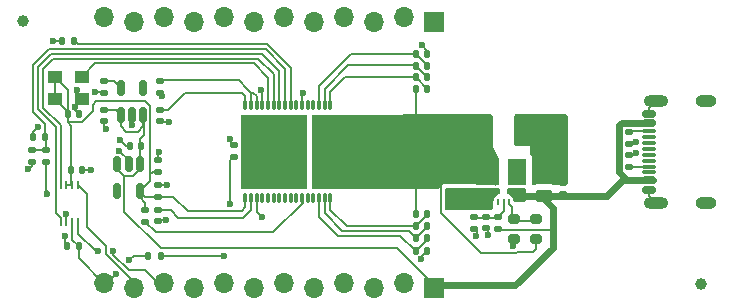
<source format=gbr>
%TF.GenerationSoftware,KiCad,Pcbnew,8.0.1*%
%TF.CreationDate,2024-04-17T00:28:09-04:00*%
%TF.ProjectId,NerdNOS,4e657264-4e4f-4532-9e6b-696361645f70,rev?*%
%TF.SameCoordinates,Original*%
%TF.FileFunction,Copper,L1,Top*%
%TF.FilePolarity,Positive*%
%FSLAX46Y46*%
G04 Gerber Fmt 4.6, Leading zero omitted, Abs format (unit mm)*
G04 Created by KiCad (PCBNEW 8.0.1) date 2024-04-17 00:28:09*
%MOMM*%
%LPD*%
G01*
G04 APERTURE LIST*
G04 Aperture macros list*
%AMRoundRect*
0 Rectangle with rounded corners*
0 $1 Rounding radius*
0 $2 $3 $4 $5 $6 $7 $8 $9 X,Y pos of 4 corners*
0 Add a 4 corners polygon primitive as box body*
4,1,4,$2,$3,$4,$5,$6,$7,$8,$9,$2,$3,0*
0 Add four circle primitives for the rounded corners*
1,1,$1+$1,$2,$3*
1,1,$1+$1,$4,$5*
1,1,$1+$1,$6,$7*
1,1,$1+$1,$8,$9*
0 Add four rect primitives between the rounded corners*
20,1,$1+$1,$2,$3,$4,$5,0*
20,1,$1+$1,$4,$5,$6,$7,0*
20,1,$1+$1,$6,$7,$8,$9,0*
20,1,$1+$1,$8,$9,$2,$3,0*%
%AMFreePoly0*
4,1,15,0.487499,0.487500,0.487499,0.321501,0.516499,0.250500,0.805500,-0.038499,0.876498,-0.067500,0.922500,-0.067498,1.022500,-0.167500,1.022500,-0.487499,0.922500,-0.587499,-0.487500,-0.587499,-0.587500,-0.487499,-0.587500,0.487500,-0.487500,0.587500,0.387500,0.587502,0.487499,0.487500,0.487499,0.487500,$1*%
%AMFreePoly1*
4,1,15,0.487500,0.587500,0.587500,0.487500,0.587500,-0.487499,0.487500,-0.587499,-0.922500,-0.587499,-1.022500,-0.487499,-1.022500,-0.167500,-0.922500,-0.067498,-0.876498,-0.067500,-0.805500,-0.038499,-0.516499,0.250500,-0.487499,0.321501,-0.487499,0.487500,-0.387500,0.587502,0.487500,0.587500,0.487500,0.587500,$1*%
G04 Aperture macros list end*
%TA.AperFunction,ComponentPad*%
%ADD10R,1.700000X1.700000*%
%TD*%
%TA.AperFunction,ComponentPad*%
%ADD11O,1.700000X1.700000*%
%TD*%
%TA.AperFunction,SMDPad,CuDef*%
%ADD12RoundRect,0.150000X0.150000X-0.512500X0.150000X0.512500X-0.150000X0.512500X-0.150000X-0.512500X0*%
%TD*%
%TA.AperFunction,SMDPad,CuDef*%
%ADD13RoundRect,0.135000X0.185000X-0.135000X0.185000X0.135000X-0.185000X0.135000X-0.185000X-0.135000X0*%
%TD*%
%TA.AperFunction,SMDPad,CuDef*%
%ADD14RoundRect,0.140000X-0.170000X0.140000X-0.170000X-0.140000X0.170000X-0.140000X0.170000X0.140000X0*%
%TD*%
%TA.AperFunction,SMDPad,CuDef*%
%ADD15RoundRect,0.140000X0.140000X0.170000X-0.140000X0.170000X-0.140000X-0.170000X0.140000X-0.170000X0*%
%TD*%
%TA.AperFunction,SMDPad,CuDef*%
%ADD16RoundRect,0.135000X-0.135000X-0.185000X0.135000X-0.185000X0.135000X0.185000X-0.135000X0.185000X0*%
%TD*%
%TA.AperFunction,SMDPad,CuDef*%
%ADD17RoundRect,0.140000X-0.140000X-0.170000X0.140000X-0.170000X0.140000X0.170000X-0.140000X0.170000X0*%
%TD*%
%TA.AperFunction,SMDPad,CuDef*%
%ADD18RoundRect,0.140000X0.170000X-0.140000X0.170000X0.140000X-0.170000X0.140000X-0.170000X-0.140000X0*%
%TD*%
%TA.AperFunction,SMDPad,CuDef*%
%ADD19RoundRect,0.135000X-0.185000X0.135000X-0.185000X-0.135000X0.185000X-0.135000X0.185000X0.135000X0*%
%TD*%
%TA.AperFunction,SMDPad,CuDef*%
%ADD20FreePoly0,180.000000*%
%TD*%
%TA.AperFunction,SMDPad,CuDef*%
%ADD21R,1.500000X2.300000*%
%TD*%
%TA.AperFunction,SMDPad,CuDef*%
%ADD22FreePoly1,180.000000*%
%TD*%
%TA.AperFunction,SMDPad,CuDef*%
%ADD23R,0.220000X0.599999*%
%TD*%
%TA.AperFunction,SMDPad,CuDef*%
%ADD24RoundRect,0.150000X0.425000X-0.150000X0.425000X0.150000X-0.425000X0.150000X-0.425000X-0.150000X0*%
%TD*%
%TA.AperFunction,SMDPad,CuDef*%
%ADD25RoundRect,0.075000X0.500000X-0.075000X0.500000X0.075000X-0.500000X0.075000X-0.500000X-0.075000X0*%
%TD*%
%TA.AperFunction,ComponentPad*%
%ADD26O,2.100000X1.000000*%
%TD*%
%TA.AperFunction,ComponentPad*%
%ADD27O,1.800000X1.000000*%
%TD*%
%TA.AperFunction,SMDPad,CuDef*%
%ADD28RoundRect,0.135000X0.135000X0.185000X-0.135000X0.185000X-0.135000X-0.185000X0.135000X-0.185000X0*%
%TD*%
%TA.AperFunction,SMDPad,CuDef*%
%ADD29R,1.300000X1.100000*%
%TD*%
%TA.AperFunction,SMDPad,CuDef*%
%ADD30C,1.000000*%
%TD*%
%TA.AperFunction,SMDPad,CuDef*%
%ADD31RoundRect,0.250000X-0.325000X-1.100000X0.325000X-1.100000X0.325000X1.100000X-0.325000X1.100000X0*%
%TD*%
%TA.AperFunction,SMDPad,CuDef*%
%ADD32RoundRect,0.200000X-0.275000X0.200000X-0.275000X-0.200000X0.275000X-0.200000X0.275000X0.200000X0*%
%TD*%
%TA.AperFunction,SMDPad,CuDef*%
%ADD33RoundRect,0.200000X0.275000X-0.200000X0.275000X0.200000X-0.275000X0.200000X-0.275000X-0.200000X0*%
%TD*%
%TA.AperFunction,SMDPad,CuDef*%
%ADD34RoundRect,0.135000X-0.000010X0.295000X-0.000010X-0.295000X0.000010X-0.295000X0.000010X0.295000X0*%
%TD*%
%TA.AperFunction,SMDPad,CuDef*%
%ADD35R,1.850000X6.300000*%
%TD*%
%TA.AperFunction,SMDPad,CuDef*%
%ADD36R,5.550000X6.300000*%
%TD*%
%TA.AperFunction,SMDPad,CuDef*%
%ADD37R,0.254000X0.762000*%
%TD*%
%TA.AperFunction,SMDPad,CuDef*%
%ADD38RoundRect,0.150000X-0.150000X0.512500X-0.150000X-0.512500X0.150000X-0.512500X0.150000X0.512500X0*%
%TD*%
%TA.AperFunction,SMDPad,CuDef*%
%ADD39RoundRect,0.250000X0.475000X-0.250000X0.475000X0.250000X-0.475000X0.250000X-0.475000X-0.250000X0*%
%TD*%
%TA.AperFunction,SMDPad,CuDef*%
%ADD40RoundRect,0.225000X-0.250000X0.225000X-0.250000X-0.225000X0.250000X-0.225000X0.250000X0.225000X0*%
%TD*%
%TA.AperFunction,ViaPad*%
%ADD41C,0.600000*%
%TD*%
%TA.AperFunction,Conductor*%
%ADD42C,0.200000*%
%TD*%
%TA.AperFunction,Conductor*%
%ADD43C,0.600000*%
%TD*%
G04 APERTURE END LIST*
D10*
%TO.P,J2,1,Pin_1*%
%TO.N,/BM1397/VBUS*%
X116690000Y-77700000D03*
D11*
%TO.P,J2,2,Pin_2*%
%TO.N,GND*%
X114150000Y-77300000D03*
%TO.P,J2,3,Pin_3*%
%TO.N,unconnected-(J2-Pin_3-Pad3)*%
X111610000Y-77700000D03*
%TO.P,J2,4,Pin_4*%
%TO.N,unconnected-(J2-Pin_4-Pad4)*%
X109070000Y-77300000D03*
%TO.P,J2,5,Pin_5*%
%TO.N,unconnected-(J2-Pin_5-Pad5)*%
X106530000Y-77700000D03*
%TO.P,J2,6,Pin_6*%
%TO.N,unconnected-(J2-Pin_6-Pad6)*%
X103990000Y-77300000D03*
%TO.P,J2,7,Pin_7*%
%TO.N,unconnected-(J2-Pin_7-Pad7)*%
X101450000Y-77700000D03*
%TO.P,J2,8,Pin_8*%
%TO.N,/T_Display_S3/GPIO10*%
X98910000Y-77300000D03*
%TO.P,J2,9,Pin_9*%
%TO.N,/BM1397/RST*%
X96370000Y-77700000D03*
%TO.P,J2,10,Pin_10*%
%TO.N,/T_Display_S3/GPIO2*%
X93830000Y-77300000D03*
%TO.P,J2,11,Pin_11*%
%TO.N,/T_Display_S3/GPIO1*%
X91290000Y-77700000D03*
%TO.P,J2,12,Pin_12*%
%TO.N,/BM1397/3V3*%
X88750000Y-77300000D03*
%TD*%
D10*
%TO.P,J1,1,Pin_1*%
%TO.N,unconnected-(J1-Pin_1-Pad1)*%
X116690000Y-55200000D03*
D11*
%TO.P,J1,2,Pin_2*%
%TO.N,GND*%
X114150000Y-54800000D03*
%TO.P,J1,3,Pin_3*%
X111610000Y-55200000D03*
%TO.P,J1,4,Pin_4*%
%TO.N,unconnected-(J1-Pin_4-Pad4)*%
X109070000Y-54800000D03*
%TO.P,J1,5,Pin_5*%
%TO.N,unconnected-(J1-Pin_5-Pad5)*%
X106530000Y-55200000D03*
%TO.P,J1,6,Pin_6*%
%TO.N,unconnected-(J1-Pin_6-Pad6)*%
X103990000Y-54800000D03*
%TO.P,J1,7,Pin_7*%
%TO.N,unconnected-(J1-Pin_7-Pad7)*%
X101450000Y-55200000D03*
%TO.P,J1,8,Pin_8*%
%TO.N,unconnected-(J1-Pin_8-Pad8)*%
X98910000Y-54800000D03*
%TO.P,J1,9,Pin_9*%
%TO.N,unconnected-(J1-Pin_9-Pad9)*%
X96370000Y-55200000D03*
%TO.P,J1,10,Pin_10*%
%TO.N,unconnected-(J1-Pin_10-Pad10)*%
X93830000Y-54800000D03*
%TO.P,J1,11,Pin_11*%
%TO.N,GND*%
X91290000Y-55200000D03*
%TO.P,J1,12,Pin_12*%
X88750000Y-54800000D03*
%TD*%
D12*
%TO.P,U4,1,VIN*%
%TO.N,/BM1397/VBUS*%
X90150001Y-63037500D03*
%TO.P,U4,2,GND*%
%TO.N,GND*%
X91100000Y-63037500D03*
%TO.P,U4,3,EN*%
%TO.N,/BM1397/VBUS*%
X92049999Y-63037500D03*
%TO.P,U4,4,PG*%
%TO.N,unconnected-(U4-PG-Pad4)*%
X92049999Y-60762500D03*
%TO.P,U4,5,VOUT*%
%TO.N,/BM1397/0V8*%
X90150001Y-60762500D03*
%TD*%
D13*
%TO.P,R7,1*%
%TO.N,GND*%
X133165000Y-65550000D03*
%TO.P,R7,2*%
%TO.N,Net-(J3-CC2)*%
X133165000Y-64530000D03*
%TD*%
D14*
%TO.P,C5,1*%
%TO.N,/BM1397/1V8_O*%
X93500000Y-62620000D03*
%TO.P,C5,2*%
%TO.N,GND*%
X93500000Y-63580000D03*
%TD*%
D15*
%TO.P,C6,1*%
%TO.N,Net-(IC1-VDD2_0)*%
X116080000Y-59900000D03*
%TO.P,C6,2*%
%TO.N,Net-(IC1-VDD3_0)*%
X115120000Y-59900000D03*
%TD*%
D16*
%TO.P,R1,1*%
%TO.N,GND*%
X82690001Y-64980000D03*
%TO.P,R1,2*%
%TO.N,/BM1397/RST_N*%
X83709999Y-64980000D03*
%TD*%
D17*
%TO.P,C7,1*%
%TO.N,GND*%
X85620000Y-74200000D03*
%TO.P,C7,2*%
%TO.N,/BM1397/3V3*%
X86580000Y-74200000D03*
%TD*%
D18*
%TO.P,C23,1*%
%TO.N,/BM1397/VBUS*%
X127600000Y-69780000D03*
%TO.P,C23,2*%
%TO.N,GND*%
X127600000Y-68820000D03*
%TD*%
D15*
%TO.P,C2,1*%
%TO.N,GND*%
X116080000Y-57880000D03*
%TO.P,C2,2*%
%TO.N,Net-(IC1-VDD1_0)*%
X115120000Y-57880000D03*
%TD*%
D19*
%TO.P,R6,1*%
%TO.N,GND*%
X133165000Y-66430000D03*
%TO.P,R6,2*%
%TO.N,Net-(J3-CC1)*%
X133165000Y-67450000D03*
%TD*%
D14*
%TO.P,C20,1*%
%TO.N,/BM1397/VBUS*%
X88700000Y-62620000D03*
%TO.P,C20,2*%
%TO.N,GND*%
X88700000Y-63580000D03*
%TD*%
D13*
%TO.P,R5,1*%
%TO.N,Net-(IC1-RI)*%
X92200000Y-72109999D03*
%TO.P,R5,2*%
%TO.N,/BM1397/1V8*%
X92200000Y-71090001D03*
%TD*%
D20*
%TO.P,U5,1,VIN*%
%TO.N,/BM1397/VBUS*%
X123862500Y-69877499D03*
D21*
%TO.P,U5,2,SW*%
%TO.N,unconnected-(U5-SW-Pad2)*%
X123700001Y-67890000D03*
%TO.P,U5,3,VOUT*%
%TO.N,/BM1397/VDD*%
X121400001Y-67890000D03*
D22*
%TO.P,U5,4,PGND*%
%TO.N,GND*%
X121250001Y-69865000D03*
D23*
%TO.P,U5,5,PG*%
%TO.N,unconnected-(U5-PG-Pad5)*%
X122050002Y-70464999D03*
%TO.P,U5,6,EN*%
%TO.N,Net-(U5-EN)*%
X122550001Y-70464999D03*
%TO.P,U5,7,FB*%
%TO.N,Net-(U5-FB)*%
X123050000Y-70464999D03*
%TD*%
D24*
%TO.P,J3,A1,GND*%
%TO.N,GND*%
X134910000Y-69390000D03*
%TO.P,J3,A4,VBUS*%
%TO.N,/BM1397/VBUS*%
X134910000Y-68590000D03*
D25*
%TO.P,J3,A5,CC1*%
%TO.N,Net-(J3-CC1)*%
X134910000Y-67440000D03*
%TO.P,J3,A6,D+*%
%TO.N,unconnected-(J3-D+-PadA6)*%
X134910000Y-66440000D03*
%TO.P,J3,A7,D-*%
%TO.N,unconnected-(J3-D--PadA7)*%
X134910000Y-65940000D03*
%TO.P,J3,A8,SBU1*%
%TO.N,unconnected-(J3-SBU1-PadA8)*%
X134910000Y-64940000D03*
D24*
%TO.P,J3,B1,GND*%
%TO.N,GND*%
X134910000Y-62990000D03*
%TO.P,J3,B4,VBUS*%
%TO.N,/BM1397/VBUS*%
X134910000Y-63790000D03*
D25*
%TO.P,J3,B5,CC2*%
%TO.N,Net-(J3-CC2)*%
X134910000Y-64440000D03*
%TO.P,J3,B6,D+*%
%TO.N,unconnected-(J3-D+-PadB6)*%
X134910000Y-65440000D03*
%TO.P,J3,B7,D-*%
%TO.N,unconnected-(J3-D--PadB7)*%
X134910000Y-66940000D03*
%TO.P,J3,B8,SBU2*%
%TO.N,unconnected-(J3-SBU2-PadB8)*%
X134910000Y-67940000D03*
D26*
%TO.P,J3,S1,SHIELD*%
%TO.N,GND*%
X135485000Y-70510000D03*
D27*
X139665000Y-70510000D03*
D26*
X135485000Y-61870000D03*
D27*
X139665000Y-61870000D03*
%TD*%
D17*
%TO.P,C18,1*%
%TO.N,Net-(IC1-VDD1_1)*%
X115120000Y-74600000D03*
%TO.P,C18,2*%
%TO.N,GND*%
X116080000Y-74600000D03*
%TD*%
D18*
%TO.P,C15,1*%
%TO.N,/BM1397/1V8*%
X93300000Y-69980000D03*
%TO.P,C15,2*%
%TO.N,GND*%
X93300000Y-69020000D03*
%TD*%
D14*
%TO.P,C11,1*%
%TO.N,Net-(U5-EN)*%
X121070000Y-71700000D03*
%TO.P,C11,2*%
%TO.N,GND*%
X121070000Y-72660000D03*
%TD*%
D17*
%TO.P,C17,1*%
%TO.N,Net-(IC1-VDD2_1)*%
X115120000Y-73500000D03*
%TO.P,C17,2*%
%TO.N,Net-(IC1-VDD1_1)*%
X116080000Y-73500000D03*
%TD*%
D28*
%TO.P,R8,1*%
%TO.N,/T_Display_S3/GPIO10*%
X93510000Y-75000000D03*
%TO.P,R8,2*%
%TO.N,/BM1397/3V3*%
X92490000Y-75000000D03*
%TD*%
D15*
%TO.P,C3,1*%
%TO.N,Net-(IC1-VDD1_0)*%
X116080000Y-58900000D03*
%TO.P,C3,2*%
%TO.N,Net-(IC1-VDD2_0)*%
X115120000Y-58900000D03*
%TD*%
D29*
%TO.P,U2,1,EN*%
%TO.N,/BM1397/1V8*%
X84550000Y-61750000D03*
%TO.P,U2,2,GND*%
%TO.N,GND*%
X86850000Y-61750000D03*
%TO.P,U2,3,OUT*%
%TO.N,/BM1397/BM_CLKI*%
X86850000Y-59850000D03*
%TO.P,U2,4,VIN*%
%TO.N,/BM1397/1V8*%
X84550000Y-59850000D03*
%TD*%
D19*
%TO.P,R4,1*%
%TO.N,/BM1397/RST_N*%
X82600000Y-66000000D03*
%TO.P,R4,2*%
%TO.N,GND*%
X82600000Y-67020000D03*
%TD*%
D15*
%TO.P,C1,1*%
%TO.N,GND*%
X86600000Y-63000000D03*
%TO.P,C1,2*%
%TO.N,/BM1397/1V8*%
X85640000Y-63000000D03*
%TD*%
D13*
%TO.P,R10,1*%
%TO.N,/BM1397/VBUS*%
X122100000Y-72710000D03*
%TO.P,R10,2*%
%TO.N,Net-(U5-EN)*%
X122100000Y-71690000D03*
%TD*%
D30*
%TO.P,FID2,*%
%TO.N,*%
X139300000Y-77400000D03*
%TD*%
D31*
%TO.P,C13,1*%
%TO.N,/BM1397/VDD*%
X121045000Y-64390000D03*
%TO.P,C13,2*%
%TO.N,GND*%
X123995000Y-64390000D03*
%TD*%
D18*
%TO.P,C21,1*%
%TO.N,/BM1397/1V8*%
X93300000Y-67880000D03*
%TO.P,C21,2*%
%TO.N,GND*%
X93300000Y-66920000D03*
%TD*%
D13*
%TO.P,R3,1*%
%TO.N,/BM1397/RST*%
X83800000Y-67020000D03*
%TO.P,R3,2*%
%TO.N,/BM1397/RST_N*%
X83800000Y-66000000D03*
%TD*%
D17*
%TO.P,C9,1*%
%TO.N,/BM1397/1V8*%
X85920000Y-67700000D03*
%TO.P,C9,2*%
%TO.N,GND*%
X86880000Y-67700000D03*
%TD*%
D14*
%TO.P,C4,1*%
%TO.N,/BM1397/0V8_O*%
X93500000Y-60220000D03*
%TO.P,C4,2*%
%TO.N,GND*%
X93500000Y-61180000D03*
%TD*%
D32*
%TO.P,R13,1*%
%TO.N,Net-(U5-FB)*%
X123400000Y-71905000D03*
%TO.P,R13,2*%
%TO.N,GND*%
X123400000Y-73555000D03*
%TD*%
D33*
%TO.P,R12,1*%
%TO.N,/BM1397/VDD*%
X125270000Y-73550000D03*
%TO.P,R12,2*%
%TO.N,Net-(U5-FB)*%
X125270000Y-71900000D03*
%TD*%
D34*
%TO.P,IC1,1,VDD3_0*%
%TO.N,Net-(IC1-VDD3_0)*%
X107900000Y-62265400D03*
%TO.P,IC1,2,VDD2_0*%
%TO.N,Net-(IC1-VDD2_0)*%
X107420000Y-62265400D03*
%TO.P,IC1,3,VDD1_0*%
%TO.N,Net-(IC1-VDD1_0)*%
X106940000Y-62265400D03*
%TO.P,IC1,4,ADDR0*%
%TO.N,unconnected-(IC1-ADDR0-Pad4)*%
X106460000Y-62265400D03*
%TO.P,IC1,5,ADDR1*%
%TO.N,unconnected-(IC1-ADDR1-Pad5)*%
X105980000Y-62265400D03*
%TO.P,IC1,6,ADDR2*%
%TO.N,GND*%
X105500000Y-62265400D03*
%TO.P,IC1,7,TEST*%
%TO.N,unconnected-(IC1-TEST-Pad7)*%
X105020000Y-62265400D03*
%TO.P,IC1,8,BI*%
%TO.N,Net-(IC1-BI)*%
X104540000Y-62265400D03*
%TO.P,IC1,9,NRSTI*%
%TO.N,/BM1397/RST_N*%
X104060000Y-62265400D03*
%TO.P,IC1,10,RO*%
%TO.N,/BM1397/RO*%
X103580000Y-62265400D03*
%TO.P,IC1,11,CI*%
%TO.N,/BM1397/CI*%
X103100000Y-62265400D03*
%TO.P,IC1,12,CLKI*%
%TO.N,/BM1397/BM_CLKI*%
X102620000Y-62265400D03*
%TO.P,IC1,13,PLL_VSS*%
%TO.N,GND*%
X102140000Y-62265400D03*
%TO.P,IC1,14,PLL_VDD*%
%TO.N,/BM1397/0V8_O*%
X101660000Y-62265400D03*
%TO.P,IC1,15,VDDIO_08_0*%
X101180000Y-62265400D03*
%TO.P,IC1,16,VDDIO_18_0*%
%TO.N,/BM1397/1V8_O*%
X100700000Y-62265400D03*
%TO.P,IC1,17,VDDIO_18_1*%
%TO.N,/BM1397/1V8*%
X100700000Y-70134600D03*
%TO.P,IC1,18,VDDIO_08_1*%
%TO.N,/BM1397/0V8_O2*%
X101180000Y-70134600D03*
%TO.P,IC1,19,VSS*%
%TO.N,GND*%
X101660000Y-70134600D03*
%TO.P,IC1,20,PIN_MODE*%
%TO.N,unconnected-(IC1-PIN_MODE-Pad20)*%
X102140000Y-70134600D03*
%TO.P,IC1,21,TEMP_N*%
%TO.N,unconnected-(IC1-TEMP_N-Pad21)*%
X102620000Y-70134600D03*
%TO.P,IC1,22,TEMP_P*%
%TO.N,unconnected-(IC1-TEMP_P-Pad22)*%
X103100000Y-70134600D03*
%TO.P,IC1,23,RF*%
%TO.N,unconnected-(IC1-RF-Pad23)*%
X103580000Y-70134600D03*
%TO.P,IC1,24,TF*%
%TO.N,unconnected-(IC1-TF-Pad24)*%
X104060000Y-70134600D03*
%TO.P,IC1,25,CLKO*%
%TO.N,unconnected-(IC1-CLKO-Pad25)*%
X104540000Y-70134600D03*
%TO.P,IC1,26,CO*%
%TO.N,unconnected-(IC1-CO-Pad26)*%
X105020000Y-70134600D03*
%TO.P,IC1,27,RI*%
%TO.N,Net-(IC1-RI)*%
X105500000Y-70134600D03*
%TO.P,IC1,28,NRSTO*%
%TO.N,unconnected-(IC1-NRSTO-Pad28)*%
X105980000Y-70134600D03*
%TO.P,IC1,29,BO*%
%TO.N,unconnected-(IC1-BO-Pad29)*%
X106460000Y-70134600D03*
%TO.P,IC1,30,VDD1_1*%
%TO.N,Net-(IC1-VDD1_1)*%
X106940000Y-70134600D03*
%TO.P,IC1,31,VDD2_1*%
%TO.N,Net-(IC1-VDD2_1)*%
X107420000Y-70134600D03*
%TO.P,IC1,32,VDD3_1*%
%TO.N,Net-(IC1-VDD3_1)*%
X107900000Y-70134600D03*
D35*
%TO.P,IC1,33,VDD*%
%TO.N,/BM1397/VDD*%
X107300000Y-66200000D03*
D36*
%TO.P,IC1,34,VSS_0*%
%TO.N,GND*%
X103100000Y-66200000D03*
%TD*%
D37*
%TO.P,U6,1,B2*%
%TO.N,/BM1397/RO*%
X85049811Y-72174800D03*
%TO.P,U6,2,GND*%
%TO.N,GND*%
X85549937Y-72174800D03*
%TO.P,U6,3,VCCA*%
%TO.N,/BM1397/3V3*%
X86050063Y-72174800D03*
%TO.P,U6,4,A2Y*%
%TO.N,/T_Display_S3/GPIO2*%
X86550189Y-72174800D03*
%TO.P,U6,5,A1*%
%TO.N,/T_Display_S3/GPIO1*%
X86550189Y-69025200D03*
%TO.P,U6,6,OE*%
%TO.N,/BM1397/1V8*%
X86050063Y-69025200D03*
%TO.P,U6,7,VCCB*%
X85549937Y-69025200D03*
%TO.P,U6,8,B1Y*%
%TO.N,/BM1397/CI*%
X85049811Y-69025200D03*
%TD*%
D15*
%TO.P,C19,1*%
%TO.N,/BM1397/VBUS*%
X91880000Y-65700000D03*
%TO.P,C19,2*%
%TO.N,GND*%
X90920000Y-65700000D03*
%TD*%
D14*
%TO.P,C22,1*%
%TO.N,/BM1397/0V8*%
X88700000Y-60220000D03*
%TO.P,C22,2*%
%TO.N,GND*%
X88700000Y-61180000D03*
%TD*%
D17*
%TO.P,C14,1*%
%TO.N,Net-(IC1-VDD3_1)*%
X115120000Y-72500000D03*
%TO.P,C14,2*%
%TO.N,Net-(IC1-VDD2_1)*%
X116080000Y-72500000D03*
%TD*%
D16*
%TO.P,R2,1*%
%TO.N,GND*%
X85190000Y-56800000D03*
%TO.P,R2,2*%
%TO.N,Net-(IC1-BI)*%
X86210000Y-56800000D03*
%TD*%
D17*
%TO.P,C12,1*%
%TO.N,/BM1397/VDD*%
X115120000Y-71500000D03*
%TO.P,C12,2*%
%TO.N,Net-(IC1-VDD3_1)*%
X116080000Y-71500000D03*
%TD*%
D19*
%TO.P,TH1,1*%
%TO.N,GND*%
X99700000Y-65590000D03*
%TO.P,TH1,2*%
%TO.N,/T_Display_S3/GPIO10*%
X99700000Y-66610000D03*
%TD*%
D38*
%TO.P,U3,1,VIN*%
%TO.N,/BM1397/VBUS*%
X91749999Y-67262500D03*
%TO.P,U3,2,GND*%
%TO.N,GND*%
X90800000Y-67262500D03*
%TO.P,U3,3,EN*%
%TO.N,/BM1397/VBUS*%
X89850001Y-67262500D03*
%TO.P,U3,4,PG*%
%TO.N,unconnected-(U3-PG-Pad4)*%
X89850001Y-69537500D03*
%TO.P,U3,5,VOUT*%
%TO.N,/BM1397/1V8*%
X91749999Y-69537500D03*
%TD*%
D15*
%TO.P,C8,1*%
%TO.N,Net-(IC1-VDD3_0)*%
X116080000Y-60900000D03*
%TO.P,C8,2*%
%TO.N,/BM1397/VDD*%
X115120000Y-60900000D03*
%TD*%
D14*
%TO.P,C16,1*%
%TO.N,/BM1397/0V8_O2*%
X93300000Y-71120000D03*
%TO.P,C16,2*%
%TO.N,GND*%
X93300000Y-72080000D03*
%TD*%
D39*
%TO.P,C24,1*%
%TO.N,/BM1397/VBUS*%
X125980000Y-69910000D03*
%TO.P,C24,2*%
%TO.N,GND*%
X125980000Y-68010000D03*
%TD*%
D30*
%TO.P,FID1,*%
%TO.N,*%
X81900000Y-55100000D03*
%TD*%
D40*
%TO.P,C10,1*%
%TO.N,/BM1397/VDD*%
X119090000Y-68315000D03*
%TO.P,C10,2*%
%TO.N,GND*%
X119090000Y-69865000D03*
%TD*%
D19*
%TO.P,R11,1*%
%TO.N,Net-(U5-EN)*%
X120040000Y-71680000D03*
%TO.P,R11,2*%
%TO.N,GND*%
X120040000Y-72700000D03*
%TD*%
D41*
%TO.N,/BM1397/RST*%
X83900000Y-69800000D03*
%TO.N,GND*%
X87600000Y-67700000D03*
X99400000Y-65100000D03*
X104050000Y-65700000D03*
X101050000Y-64700000D03*
X121200000Y-73200000D03*
X126970000Y-64480000D03*
X105050000Y-66700000D03*
X105600000Y-61200000D03*
X85450063Y-73288993D03*
X115612851Y-57176045D03*
X104050000Y-64700000D03*
X105050000Y-63700000D03*
X126300000Y-65250000D03*
X120220000Y-69580000D03*
X101050000Y-68700000D03*
X84400000Y-56800000D03*
X102050000Y-66700000D03*
X103050000Y-63700000D03*
X90100000Y-65200000D03*
X119930000Y-70800000D03*
X117890000Y-70830000D03*
X103050000Y-68700000D03*
X103050000Y-64700000D03*
X105050000Y-68700000D03*
X125670000Y-64480000D03*
X104050000Y-63700000D03*
X104050000Y-66700000D03*
X101050000Y-65700000D03*
X88000000Y-61100000D03*
X83109999Y-64124265D03*
X85546787Y-71457468D03*
X101050000Y-63700000D03*
X93677036Y-61494171D03*
X115605202Y-75309066D03*
X102050000Y-64700000D03*
X102100000Y-71700000D03*
X123390000Y-74150000D03*
X86255604Y-62397971D03*
X82300000Y-67680000D03*
X94000000Y-72000000D03*
X103050000Y-66700000D03*
X105050000Y-67700000D03*
X133800000Y-66290000D03*
X94200000Y-63700000D03*
X105050000Y-64700000D03*
X94100000Y-69000000D03*
X126300000Y-63700000D03*
X102050000Y-68700000D03*
X91100000Y-63900000D03*
X86400000Y-61000000D03*
X117890000Y-69600000D03*
X125670000Y-65980000D03*
X101050000Y-67700000D03*
X102020000Y-61000000D03*
X104050000Y-68700000D03*
X121110000Y-70780000D03*
X103050000Y-67700000D03*
X104050000Y-67700000D03*
X88900000Y-64300000D03*
X126300000Y-66800000D03*
X93400000Y-66200000D03*
X102050000Y-67700000D03*
X120200000Y-73300000D03*
X105050000Y-65700000D03*
X133800000Y-65390000D03*
X102050000Y-63700000D03*
X101050000Y-66700000D03*
X90000000Y-66100000D03*
X126970000Y-65980000D03*
X102050000Y-65700000D03*
X103050000Y-65700000D03*
%TO.N,/BM1397/3V3*%
X90856372Y-75393628D03*
X89725000Y-76525000D03*
%TO.N,/T_Display_S3/GPIO2*%
X89525735Y-74574265D03*
X88200000Y-74574265D03*
%TO.N,/T_Display_S3/GPIO10*%
X99400000Y-70580000D03*
X98910000Y-75000000D03*
%TD*%
D42*
%TO.N,/BM1397/RST*%
X83900000Y-69800000D02*
X83900000Y-69500000D01*
X83800000Y-69400000D02*
X83800000Y-67020000D01*
X83900000Y-69500000D02*
X83800000Y-69400000D01*
%TO.N,/BM1397/1V8*%
X91749999Y-69537500D02*
X92649999Y-68637500D01*
X85640000Y-63000000D02*
X85640000Y-62840000D01*
X86836134Y-63700000D02*
X85640000Y-63700000D01*
X93300000Y-67880000D02*
X92869999Y-67880000D01*
X91749999Y-70045000D02*
X92200000Y-70495001D01*
X92649999Y-68100000D02*
X92649999Y-62334448D01*
X85640000Y-62840000D02*
X84550000Y-61750000D01*
X85920000Y-68895137D02*
X86050063Y-69025200D01*
X85920000Y-63980000D02*
X85920000Y-65200000D01*
X100700000Y-70850000D02*
X100700000Y-70134600D01*
X87800000Y-62200000D02*
X87800000Y-62736134D01*
X92869999Y-67880000D02*
X92649999Y-68100000D01*
X92649999Y-68637500D02*
X92649999Y-68100000D01*
X85640000Y-60940000D02*
X84550000Y-59850000D01*
X92192499Y-69980000D02*
X91749999Y-69537500D01*
X95800000Y-71180000D02*
X100370000Y-71180000D01*
X92228051Y-61912500D02*
X88087500Y-61912500D01*
X91749999Y-69537500D02*
X91749999Y-70045000D01*
X85640000Y-63000000D02*
X85640000Y-63700000D01*
X92200000Y-70495001D02*
X92200000Y-71090001D01*
X93300000Y-69980000D02*
X94600000Y-69980000D01*
X92649999Y-62334448D02*
X92228051Y-61912500D01*
X100370000Y-71180000D02*
X100700000Y-70850000D01*
X88087500Y-61912500D02*
X87800000Y-62200000D01*
X85549937Y-69025200D02*
X86050063Y-69025200D01*
X85640000Y-63000000D02*
X85640000Y-60940000D01*
X85920000Y-65200000D02*
X85920000Y-68895137D01*
X87800000Y-62736134D02*
X86836134Y-63700000D01*
X85640000Y-63700000D02*
X85920000Y-63980000D01*
X93300000Y-69980000D02*
X92192499Y-69980000D01*
X94600000Y-69980000D02*
X95800000Y-71180000D01*
X84550000Y-59850000D02*
X84550000Y-61750000D01*
X91749999Y-69537500D02*
X91580000Y-69707499D01*
%TO.N,GND*%
X120300000Y-72810000D02*
X120300000Y-73200000D01*
X99400000Y-65290000D02*
X99400000Y-65100000D01*
X102140000Y-63610000D02*
X102050000Y-63700000D01*
X133800000Y-65390000D02*
X133325000Y-65390000D01*
X90800000Y-67262500D02*
X90800000Y-66900000D01*
X115605202Y-75309066D02*
X115605202Y-75074798D01*
X94100000Y-69000000D02*
X93320000Y-69000000D01*
X134910000Y-69390000D02*
X134910000Y-69935000D01*
X116080000Y-57643194D02*
X116080000Y-57880000D01*
X101660000Y-69090000D02*
X102050000Y-68700000D01*
X102140000Y-61120000D02*
X102140000Y-62265400D01*
X86255604Y-62655604D02*
X86600000Y-63000000D01*
X93380000Y-72000000D02*
X93300000Y-72080000D01*
X82300000Y-67680000D02*
X82600000Y-67380000D01*
X102050000Y-67450000D02*
X102050000Y-67250000D01*
X93620000Y-63700000D02*
X93500000Y-63580000D01*
X91100000Y-63037500D02*
X91100000Y-63900000D01*
X105500000Y-63250000D02*
X105050000Y-63700000D01*
X90800000Y-66900000D02*
X90000000Y-66100000D01*
X101660000Y-68840000D02*
X102050000Y-68450000D01*
X103050000Y-66250000D02*
X103100000Y-66200000D01*
X102050000Y-68450000D02*
X101660000Y-68060000D01*
X115612851Y-57176045D02*
X116080000Y-57643194D01*
X88000000Y-61100000D02*
X88620000Y-61100000D01*
X93677036Y-61357036D02*
X93500000Y-61180000D01*
X94000000Y-72000000D02*
X93380000Y-72000000D01*
X101660000Y-71260000D02*
X101660000Y-70134600D01*
X82600000Y-67380000D02*
X82600000Y-67020000D01*
X84400000Y-56800000D02*
X85190000Y-56800000D01*
X85450063Y-73288993D02*
X85450063Y-74030063D01*
X133800000Y-66290000D02*
X133660000Y-66430000D01*
X105500000Y-61300000D02*
X105600000Y-61200000D01*
X86255604Y-62397971D02*
X86255604Y-62655604D01*
X88700000Y-63580000D02*
X88700000Y-64100000D01*
X134910000Y-62990000D02*
X134910000Y-62445000D01*
X102850000Y-66450000D02*
X103050000Y-66450000D01*
X82690001Y-64980000D02*
X82690001Y-64544263D01*
X85450063Y-74030063D02*
X85620000Y-74200000D01*
X120300000Y-73200000D02*
X120200000Y-73300000D01*
X86880000Y-67700000D02*
X87600000Y-67700000D01*
X121200000Y-72420000D02*
X121200000Y-73200000D01*
X93320000Y-69000000D02*
X93300000Y-69020000D01*
X93677036Y-61494171D02*
X93677036Y-61357036D01*
X93300000Y-66920000D02*
X93300000Y-66300000D01*
X86400000Y-61000000D02*
X86400000Y-61080000D01*
X82690001Y-64709999D02*
X82690001Y-64980000D01*
X102100000Y-71700000D02*
X101660000Y-71260000D01*
X82690001Y-64544263D02*
X83109999Y-64124265D01*
X101850000Y-67450000D02*
X102050000Y-67450000D01*
X115605202Y-75074798D02*
X116080000Y-74600000D01*
X105500000Y-62265400D02*
X105500000Y-61300000D01*
X133660000Y-66430000D02*
X133165000Y-66430000D01*
X88700000Y-64100000D02*
X88900000Y-64300000D01*
X99700000Y-65590000D02*
X99400000Y-65290000D01*
X101660000Y-68060000D02*
X101660000Y-67640000D01*
X88620000Y-61100000D02*
X88700000Y-61180000D01*
X102050000Y-67250000D02*
X102850000Y-66450000D01*
X103050000Y-66450000D02*
X103050000Y-66250000D01*
X101660000Y-67640000D02*
X101850000Y-67450000D01*
X134910000Y-69935000D02*
X135485000Y-70510000D01*
X102020000Y-61000000D02*
X102140000Y-61120000D01*
X90600000Y-65700000D02*
X90100000Y-65200000D01*
X94200000Y-63700000D02*
X93620000Y-63700000D01*
X134910000Y-62445000D02*
X135485000Y-61870000D01*
X86810000Y-61490000D02*
X87400000Y-61490000D01*
X123400000Y-74140000D02*
X123400000Y-73555000D01*
X93300000Y-66300000D02*
X93400000Y-66200000D01*
X86400000Y-61080000D02*
X86810000Y-61490000D01*
X85549937Y-71460618D02*
X85546787Y-71457468D01*
X85549937Y-72174800D02*
X85549937Y-71460618D01*
X90920000Y-65700000D02*
X90600000Y-65700000D01*
X123390000Y-74150000D02*
X123400000Y-74140000D01*
%TO.N,Net-(IC1-VDD1_0)*%
X106895000Y-60665000D02*
X106895000Y-62220400D01*
X115120000Y-57880000D02*
X109680000Y-57880000D01*
X106895000Y-62220400D02*
X106940000Y-62265400D01*
X116080000Y-58840000D02*
X115120000Y-57880000D01*
X116080000Y-58900000D02*
X116080000Y-58840000D01*
X109680000Y-57880000D02*
X106895000Y-60665000D01*
%TO.N,Net-(IC1-VDD2_0)*%
X107420000Y-60870000D02*
X107420000Y-62265400D01*
X115120000Y-58900000D02*
X115100000Y-58880000D01*
X115100000Y-58880000D02*
X109410000Y-58880000D01*
X116080000Y-59860000D02*
X115120000Y-58900000D01*
X115120000Y-58900000D02*
X115020000Y-58800000D01*
X116080000Y-59900000D02*
X116080000Y-59860000D01*
X109410000Y-58880000D02*
X107420000Y-60870000D01*
%TO.N,/BM1397/0V8*%
X89607501Y-60220000D02*
X90150001Y-60762500D01*
X88700000Y-60220000D02*
X89607501Y-60220000D01*
%TO.N,Net-(IC1-VDD3_0)*%
X107900000Y-61150000D02*
X107900000Y-62265400D01*
X116080000Y-60860000D02*
X115120000Y-59900000D01*
X116080000Y-60900000D02*
X116080000Y-60860000D01*
X115100000Y-59880000D02*
X109170000Y-59880000D01*
X115120000Y-59900000D02*
X115100000Y-59880000D01*
X109170000Y-59880000D02*
X107900000Y-61150000D01*
%TO.N,/BM1397/VDD*%
X115120000Y-63180000D02*
X115100000Y-63200000D01*
X120650000Y-74750000D02*
X117290000Y-71390000D01*
X115120000Y-60900000D02*
X115120000Y-63180000D01*
X117290000Y-71390000D02*
X117290000Y-68900000D01*
X123688529Y-74700000D02*
X123638529Y-74750000D01*
X125300000Y-73812500D02*
X125300000Y-74420000D01*
X125020000Y-74700000D02*
X123688529Y-74700000D01*
X115120000Y-71500000D02*
X115120000Y-68820000D01*
X123638529Y-74750000D02*
X120650000Y-74750000D01*
X115120000Y-68820000D02*
X115100000Y-68800000D01*
X125300000Y-74420000D02*
X125020000Y-74700000D01*
%TO.N,Net-(IC1-VDD3_1)*%
X116080000Y-71500000D02*
X116080000Y-71540000D01*
X107900000Y-71100000D02*
X109300000Y-72500000D01*
X109300000Y-72500000D02*
X115120000Y-72500000D01*
X116080000Y-71540000D02*
X115120000Y-72500000D01*
X107900000Y-70134600D02*
X107900000Y-71100000D01*
%TO.N,Net-(IC1-VDD2_1)*%
X107420000Y-71410000D02*
X108910000Y-72900000D01*
X116080000Y-72500000D02*
X116080000Y-72540000D01*
X116080000Y-72540000D02*
X115120000Y-73500000D01*
X107420000Y-70134600D02*
X107420000Y-71410000D01*
X114520000Y-72900000D02*
X115120000Y-73500000D01*
X108910000Y-72900000D02*
X114520000Y-72900000D01*
%TO.N,Net-(IC1-VDD1_1)*%
X116080000Y-73640000D02*
X115120000Y-74600000D01*
X113820000Y-73300000D02*
X115120000Y-74600000D01*
X106940000Y-71740000D02*
X108500000Y-73300000D01*
X106940000Y-70134600D02*
X106940000Y-71740000D01*
X108500000Y-73300000D02*
X113820000Y-73300000D01*
X116080000Y-73500000D02*
X116080000Y-73640000D01*
D43*
%TO.N,/BM1397/VBUS*%
X132610000Y-68590000D02*
X131290000Y-69910000D01*
X126700000Y-72900000D02*
X126700000Y-74300000D01*
D42*
X91140552Y-68225000D02*
X91749999Y-67615553D01*
X90600000Y-64500000D02*
X90150001Y-64050001D01*
X116690000Y-77500000D02*
X116890000Y-77300000D01*
X92070000Y-64780000D02*
X91749999Y-65100001D01*
D43*
X126700000Y-72400000D02*
X126700000Y-72900000D01*
X125600000Y-69850000D02*
X126700000Y-70950000D01*
X133015000Y-68590000D02*
X133465000Y-68590000D01*
X132345000Y-63960000D02*
X132345000Y-67920000D01*
D42*
X90150001Y-64050001D02*
X90150001Y-63037500D01*
X90459448Y-68225000D02*
X91140552Y-68225000D01*
X126630000Y-72830000D02*
X126700000Y-72900000D01*
D43*
X126700000Y-70950000D02*
X126700000Y-72400000D01*
X123895001Y-69910000D02*
X123862500Y-69877499D01*
X134910000Y-63790000D02*
X134211606Y-63790000D01*
D42*
X113570000Y-74380000D02*
X116690000Y-77500000D01*
X92049999Y-63037500D02*
X92049999Y-64050001D01*
X122220000Y-72830000D02*
X126630000Y-72830000D01*
X91749999Y-65100001D02*
X91749999Y-67262500D01*
X93531077Y-74380000D02*
X113570000Y-74380000D01*
D43*
X132345000Y-67920000D02*
X133015000Y-68590000D01*
D42*
X92049999Y-63037500D02*
X92070000Y-63057501D01*
D43*
X126700000Y-74300000D02*
X123500000Y-77500000D01*
X132545000Y-63760000D02*
X132345000Y-63960000D01*
X134181606Y-63760000D02*
X132545000Y-63760000D01*
D42*
X91749999Y-67615553D02*
X91749999Y-67262500D01*
D43*
X123500000Y-77500000D02*
X116690000Y-77500000D01*
D42*
X122100000Y-72710000D02*
X122220000Y-72830000D01*
D43*
X134910000Y-68590000D02*
X135237563Y-68590000D01*
X134910000Y-68590000D02*
X134265000Y-68590000D01*
D42*
X92049999Y-64050001D02*
X91600000Y-64500000D01*
X89850001Y-67615553D02*
X90459448Y-68225000D01*
D43*
X133015000Y-68590000D02*
X132610000Y-68590000D01*
D42*
X88700000Y-62620000D02*
X89732501Y-62620000D01*
X89732501Y-62620000D02*
X90150001Y-63037500D01*
D43*
X133465000Y-68590000D02*
X134265000Y-68590000D01*
X131290000Y-69910000D02*
X125980000Y-69910000D01*
X125980000Y-69910000D02*
X123895001Y-69910000D01*
D42*
X89850001Y-67262500D02*
X89850001Y-67615553D01*
X90459448Y-71308371D02*
X93531077Y-74380000D01*
D43*
X134211606Y-63790000D02*
X134181606Y-63760000D01*
D42*
X91600000Y-64500000D02*
X90600000Y-64500000D01*
X90459448Y-68225000D02*
X90459448Y-71308371D01*
X92070000Y-63057501D02*
X92070000Y-64780000D01*
%TO.N,/BM1397/3V3*%
X88750000Y-77500000D02*
X88750000Y-77350000D01*
X89725000Y-76525000D02*
X88750000Y-77500000D01*
X86050063Y-73670063D02*
X86580000Y-74200000D01*
X88750000Y-77350000D02*
X86580000Y-75180000D01*
X86580000Y-75180000D02*
X86580000Y-74200000D01*
X90856372Y-75393628D02*
X91250000Y-75000000D01*
X86050063Y-72174800D02*
X86050063Y-73670063D01*
X91250000Y-75000000D02*
X92490000Y-75000000D01*
%TO.N,Net-(U5-EN)*%
X122550001Y-70464999D02*
X122550001Y-71239999D01*
X121200000Y-71780000D02*
X122010000Y-71780000D01*
X120300000Y-71790000D02*
X121190000Y-71790000D01*
X121190000Y-71790000D02*
X121200000Y-71780000D01*
X122550001Y-71239999D02*
X122100000Y-71690000D01*
X122010000Y-71780000D02*
X122100000Y-71690000D01*
%TO.N,Net-(U5-FB)*%
X124870000Y-72017500D02*
X123512500Y-72017500D01*
X123050000Y-70650000D02*
X123050000Y-70464999D01*
X123400000Y-71905000D02*
X123400000Y-71675000D01*
X123512500Y-72017500D02*
X123300000Y-71805000D01*
X123300000Y-70900000D02*
X123050000Y-70650000D01*
X123300000Y-71805000D02*
X123300000Y-70900000D01*
%TO.N,Net-(IC1-RI)*%
X103068524Y-73000000D02*
X105545000Y-70523524D01*
X105545000Y-70523524D02*
X105545000Y-70000000D01*
X93500000Y-73000000D02*
X103068524Y-73000000D01*
X92200000Y-72109999D02*
X93090001Y-73000000D01*
X93090001Y-73000000D02*
X93500000Y-73000000D01*
%TO.N,/BM1397/RST_N*%
X83709999Y-63809999D02*
X83709999Y-64980000D01*
X82722811Y-58845818D02*
X82722811Y-62822811D01*
X82722811Y-62822811D02*
X83709999Y-63809999D01*
X82600000Y-66000000D02*
X83800000Y-66000000D01*
X102400000Y-57500000D02*
X84068628Y-57500000D01*
X83800000Y-65070001D02*
X83800000Y-66000000D01*
X104060000Y-62265400D02*
X104060000Y-59160000D01*
X84068628Y-57500000D02*
X82722811Y-58845818D01*
X104060000Y-59160000D02*
X102400000Y-57500000D01*
X83709999Y-64980000D02*
X83800000Y-65070001D01*
%TO.N,/BM1397/BM_CLKI*%
X88000000Y-58700000D02*
X101400000Y-58700000D01*
X101400000Y-58700000D02*
X102620000Y-59920000D01*
X102620000Y-59920000D02*
X102620000Y-62265400D01*
X86850000Y-59850000D02*
X88000000Y-58700000D01*
%TO.N,/T_Display_S3/GPIO2*%
X89525735Y-74574265D02*
X89525735Y-74911520D01*
X93500000Y-77500000D02*
X93830000Y-77500000D01*
X88008579Y-74574265D02*
X86550189Y-73115875D01*
X89525735Y-74911520D02*
X90814215Y-76200000D01*
X86550189Y-73115875D02*
X86550189Y-72174800D01*
X88200000Y-74574265D02*
X88008579Y-74574265D01*
X90814215Y-76200000D02*
X92200000Y-76200000D01*
X92200000Y-76200000D02*
X93500000Y-77500000D01*
%TO.N,/T_Display_S3/GPIO1*%
X91290000Y-77500000D02*
X91290000Y-77241471D01*
X87300000Y-72600000D02*
X87300000Y-69775011D01*
X91290000Y-77241471D02*
X88900000Y-74851471D01*
X88900000Y-74851471D02*
X88900000Y-74200000D01*
X88900000Y-74200000D02*
X87300000Y-72600000D01*
X87300000Y-69775011D02*
X86550189Y-69025200D01*
%TO.N,Net-(J3-CC1)*%
X133175000Y-67440000D02*
X134910000Y-67440000D01*
%TO.N,Net-(J3-CC2)*%
X133175000Y-64440000D02*
X134910000Y-64440000D01*
%TO.N,/BM1397/RO*%
X102100000Y-57900000D02*
X103580000Y-59380000D01*
X83122811Y-62588497D02*
X83122811Y-59011504D01*
X84622811Y-71382021D02*
X84622811Y-64088497D01*
X85049811Y-71809021D02*
X84622811Y-71382021D01*
X84622811Y-64088497D02*
X83122811Y-62588497D01*
X83122811Y-59011504D02*
X84234314Y-57900000D01*
X103580000Y-59380000D02*
X103580000Y-62265400D01*
X84234314Y-57900000D02*
X102100000Y-57900000D01*
X85049811Y-72174800D02*
X85049811Y-71809021D01*
%TO.N,/BM1397/CI*%
X83549811Y-59150189D02*
X84400000Y-58300000D01*
X85049811Y-63949811D02*
X83549811Y-62449811D01*
X83549811Y-62449811D02*
X83549811Y-59150189D01*
X103100000Y-59600000D02*
X103100000Y-62265400D01*
X85049811Y-69025200D02*
X85049811Y-63949811D01*
X101800000Y-58300000D02*
X103100000Y-59600000D01*
X84400000Y-58300000D02*
X101800000Y-58300000D01*
%TO.N,/T_Display_S3/GPIO10*%
X99400000Y-66910000D02*
X99400000Y-70580000D01*
X99700000Y-66610000D02*
X99400000Y-66910000D01*
X93510000Y-75000000D02*
X98910000Y-75000000D01*
%TO.N,/BM1397/0V8_O*%
X101180000Y-62265400D02*
X101180000Y-61180000D01*
X101660000Y-61488529D02*
X101660000Y-62265400D01*
X100950000Y-60950000D02*
X100120000Y-60120000D01*
X101180000Y-61180000D02*
X101351471Y-61180000D01*
X93600000Y-60120000D02*
X93500000Y-60220000D01*
X100120000Y-60120000D02*
X93600000Y-60120000D01*
X101351471Y-61180000D02*
X101660000Y-61488529D01*
X101180000Y-61180000D02*
X100950000Y-60950000D01*
X101200000Y-61200000D02*
X100950000Y-60950000D01*
X101180000Y-61180000D02*
X101200000Y-61200000D01*
%TO.N,Net-(IC1-BI)*%
X104540000Y-59074314D02*
X104540000Y-62265400D01*
X86510000Y-57100000D02*
X102565686Y-57100000D01*
X102565686Y-57100000D02*
X104540000Y-59074314D01*
X86210000Y-56800000D02*
X86510000Y-57100000D01*
%TO.N,/BM1397/1V8_O*%
X100450000Y-61220000D02*
X95570000Y-61220000D01*
X100700000Y-62265400D02*
X100700000Y-61470000D01*
X95570000Y-61220000D02*
X94170000Y-62620000D01*
X100700000Y-61470000D02*
X100450000Y-61220000D01*
X94170000Y-62620000D02*
X93500000Y-62620000D01*
%TO.N,/BM1397/0V8_O2*%
X93300000Y-71120000D02*
X94380000Y-71120000D01*
X95020000Y-71760000D02*
X100500000Y-71760000D01*
X100500000Y-71760000D02*
X101180000Y-71080000D01*
X101180000Y-71080000D02*
X101180000Y-70134600D01*
X94380000Y-71120000D02*
X95020000Y-71760000D01*
%TD*%
%TA.AperFunction,Conductor*%
%TO.N,GND*%
G36*
X120760996Y-69297593D02*
G01*
X120772569Y-69309750D01*
X121614711Y-70419846D01*
X121630000Y-70465296D01*
X121630000Y-71024800D01*
X121612407Y-71073138D01*
X121567858Y-71098858D01*
X121554800Y-71100000D01*
X120199876Y-71100000D01*
X117665983Y-71109526D01*
X117617579Y-71092115D01*
X117591692Y-71047664D01*
X117590500Y-71034327D01*
X117590500Y-69355200D01*
X117608093Y-69306862D01*
X117652642Y-69281142D01*
X117665700Y-69280000D01*
X120712658Y-69280000D01*
X120760996Y-69297593D01*
G37*
%TD.AperFunction*%
%TD*%
%TA.AperFunction,Conductor*%
%TO.N,GND*%
G36*
X127761980Y-63002383D02*
G01*
X127821480Y-63014218D01*
X127866175Y-63032730D01*
X127906272Y-63059522D01*
X127940477Y-63093727D01*
X127967267Y-63133822D01*
X127985781Y-63178517D01*
X127989542Y-63197427D01*
X127997617Y-63238022D01*
X128000000Y-63262210D01*
X128000000Y-68756172D01*
X127997598Y-68780459D01*
X127985670Y-68840179D01*
X127967012Y-68885025D01*
X127940031Y-68925200D01*
X127905582Y-68959435D01*
X127876253Y-68978868D01*
X127809495Y-68999488D01*
X127807762Y-68999500D01*
X127365302Y-68999500D01*
X127329013Y-69002356D01*
X127329006Y-69002357D01*
X127301017Y-69010489D01*
X127265649Y-69015409D01*
X127141789Y-69014635D01*
X126869931Y-69012936D01*
X126805611Y-68994478D01*
X126774334Y-68975186D01*
X126607797Y-68920001D01*
X126607795Y-68920000D01*
X126505010Y-68909500D01*
X125454998Y-68909500D01*
X125454980Y-68909501D01*
X125352203Y-68920000D01*
X125352200Y-68920001D01*
X125185668Y-68975185D01*
X125185658Y-68975190D01*
X125172255Y-68983457D01*
X125106388Y-69001914D01*
X125073726Y-69001710D01*
X125006810Y-68981607D01*
X124961386Y-68928518D01*
X124950500Y-68877716D01*
X124950500Y-66692128D01*
X124944092Y-66632517D01*
X124893797Y-66497669D01*
X124840975Y-66427108D01*
X124816558Y-66361646D01*
X124816245Y-66352072D01*
X124818457Y-65991534D01*
X124818456Y-65991533D01*
X124820000Y-65740000D01*
X124568463Y-65740000D01*
X123709403Y-65740000D01*
X123685379Y-65737650D01*
X123661429Y-65732920D01*
X123626263Y-65725975D01*
X123581823Y-65707710D01*
X123541889Y-65681264D01*
X123507726Y-65647473D01*
X123480844Y-65607831D01*
X123462093Y-65563591D01*
X123449773Y-65504609D01*
X123447160Y-65480613D01*
X123422901Y-63265024D01*
X123425050Y-63240653D01*
X123436392Y-63180636D01*
X123454661Y-63135483D01*
X123481351Y-63094941D01*
X123515607Y-63060308D01*
X123555854Y-63033176D01*
X123600807Y-63014413D01*
X123634772Y-63007608D01*
X123660693Y-63002416D01*
X123685050Y-63000000D01*
X127737789Y-63000000D01*
X127761980Y-63002383D01*
G37*
%TD.AperFunction*%
%TD*%
%TA.AperFunction,Conductor*%
%TO.N,/BM1397/VDD*%
G36*
X121373277Y-63032831D02*
G01*
X121432625Y-63044473D01*
X121477230Y-63062777D01*
X121501293Y-63078717D01*
X121517296Y-63089318D01*
X121551550Y-63123254D01*
X121578462Y-63163070D01*
X121597181Y-63207505D01*
X121609373Y-63266726D01*
X121611917Y-63290818D01*
X121628726Y-65576849D01*
X121630000Y-65750000D01*
X121659272Y-65804526D01*
X121659274Y-65804530D01*
X122106946Y-66638429D01*
X122113277Y-66652174D01*
X122127079Y-66687699D01*
X122134507Y-66716976D01*
X122139309Y-66754771D01*
X122140297Y-66769872D01*
X122148872Y-68785067D01*
X122146561Y-68809427D01*
X122134826Y-68869347D01*
X122116261Y-68914374D01*
X122089318Y-68954724D01*
X122054847Y-68989126D01*
X122014439Y-69015991D01*
X121969379Y-69034465D01*
X121909440Y-69046081D01*
X121885073Y-69048344D01*
X121804118Y-69047838D01*
X121662874Y-69046955D01*
X120588403Y-69040239D01*
X120580014Y-69039900D01*
X120565944Y-69038854D01*
X120558751Y-69038319D01*
X120542073Y-69035930D01*
X120521207Y-69031476D01*
X120513062Y-69029445D01*
X120328144Y-68976612D01*
X120284558Y-68964159D01*
X120233686Y-68949624D01*
X120233674Y-68949621D01*
X120233667Y-68949619D01*
X120233665Y-68949618D01*
X120200000Y-68940000D01*
X120164988Y-68940000D01*
X117508683Y-68940000D01*
X117390000Y-68940000D01*
X117314973Y-69031966D01*
X117314973Y-69031967D01*
X117163448Y-69217708D01*
X117143936Y-69236858D01*
X117090478Y-69278826D01*
X117041419Y-69302201D01*
X116975155Y-69317279D01*
X116947994Y-69320369D01*
X106652519Y-69349262D01*
X106628306Y-69346944D01*
X106568733Y-69335258D01*
X106523953Y-69316840D01*
X106483769Y-69290126D01*
X106449458Y-69255966D01*
X106422569Y-69215903D01*
X106403955Y-69171204D01*
X106392006Y-69111675D01*
X106389582Y-69087480D01*
X106389523Y-69050000D01*
X106380416Y-63322109D01*
X106382759Y-63297925D01*
X106388912Y-63266726D01*
X106394495Y-63238415D01*
X106412930Y-63193699D01*
X106439643Y-63153570D01*
X106473781Y-63119309D01*
X106513818Y-63092451D01*
X106558462Y-63073861D01*
X106617944Y-63061910D01*
X106642104Y-63059483D01*
X121349181Y-63030513D01*
X121373277Y-63032831D01*
G37*
%TD.AperFunction*%
%TD*%
M02*

</source>
